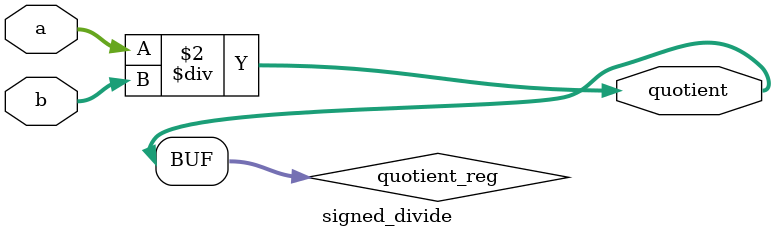
<source format=sv>
module signed_add_divide (
    input wire clk,
    input wire rst_n,
    input signed [7:0] a,
    input signed [7:0] b,
    output reg signed [7:0] sum,
    output reg signed [7:0] quotient
);

    // 内部信号定义
    wire signed [7:0] add_result;
    wire signed [7:0] div_result;
    reg signed [7:0] a_reg;
    reg signed [7:0] b_reg;
    
    // 输入寄存器级
    always @(posedge clk or negedge rst_n) begin
        if (!rst_n) begin
            a_reg <= 8'd0;
            b_reg <= 8'd0;
        end else begin
            a_reg <= a;
            b_reg <= b;
        end
    end

    // 实例化加法子模块
    signed_add add_unit (
        .a(a_reg),
        .b(b_reg),
        .sum(add_result)
    );
    
    // 实例化除法子模块
    signed_divide divide_unit (
        .a(a_reg),
        .b(b_reg),
        .quotient(div_result)
    );

    // 输出寄存器级
    always @(posedge clk or negedge rst_n) begin
        if (!rst_n) begin
            sum <= 8'd0;
            quotient <= 8'd0;
        end else begin
            sum <= add_result;
            quotient <= div_result;
        end
    end

endmodule

// 加法子模块
module signed_add (
    input signed [7:0] a,
    input signed [7:0] b,
    output signed [7:0] sum
);
    // 流水线寄存器
    reg signed [7:0] sum_reg;
    
    // 组合逻辑计算
    always @(*) begin
        sum_reg = a + b;
    end
    
    // 输出赋值
    assign sum = sum_reg;

endmodule

// 除法子模块
module signed_divide (
    input signed [7:0] a,
    input signed [7:0] b,
    output signed [7:0] quotient
);
    // 流水线寄存器
    reg signed [7:0] quotient_reg;
    
    // 组合逻辑计算
    always @(*) begin
        quotient_reg = a / b;
    end
    
    // 输出赋值
    assign quotient = quotient_reg;

endmodule
</source>
